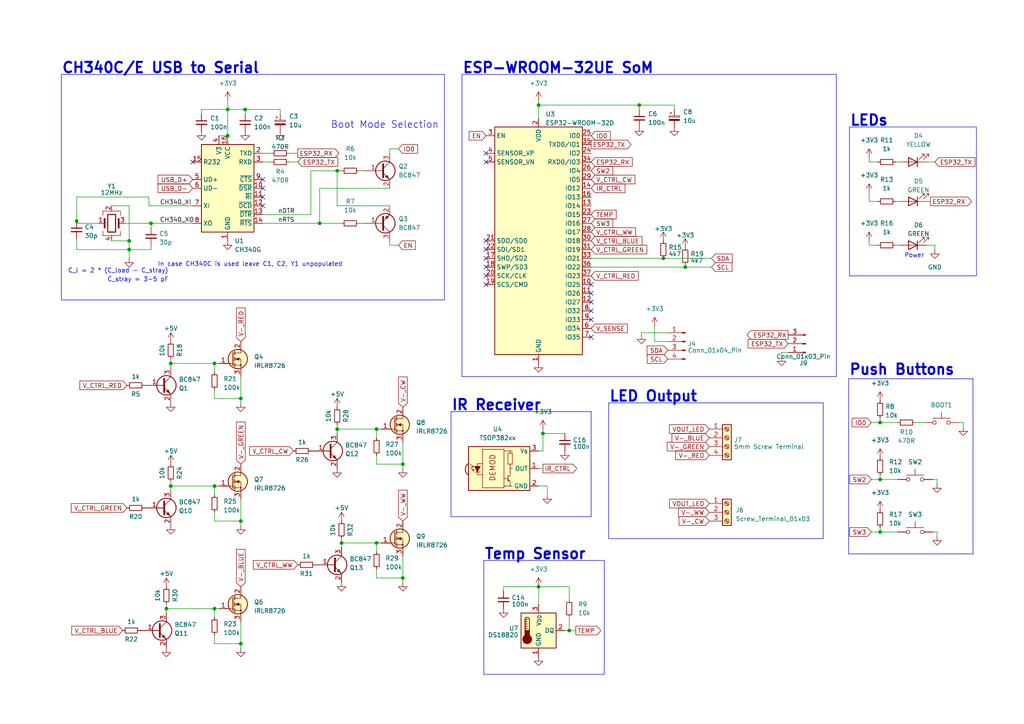
<source format=kicad_sch>
(kicad_sch (version 20230121) (generator eeschema)
  (paper "A4")
  (title_block (title "LuminX PWM") (date "2023-03-27") (rev "1.0") (company "Michael Gross") (comment 1 "General purpose PWM LED Driver Board"))
  (junction (at 37.465 72.39))
  (junction (at 69.85 115.57))
  (junction (at 22.225 64.135))
  (junction (at 62.23 105.41))
  (junction (at 165.1 182.88))
  (junction (at 37.465 69.85))
  (junction (at 62.23 176.53))
  (junction (at 255.27 154.305))
  (junction (at 198.755 77.47))
  (junction (at 71.12 31.75))
  (junction (at 97.79 124.46))
  (junction (at 116.84 134.62))
  (junction (at 92.71 64.77))
  (junction (at 156.21 170.18))
  (junction (at 49.53 140.97))
  (junction (at 109.22 157.48))
  (junction (at 192.405 74.93))
  (junction (at 69.85 151.13))
  (junction (at 255.27 139.065))
  (junction (at 157.48 125.73))
  (junction (at 109.22 124.46))
  (junction (at 116.84 167.64))
  (junction (at 48.26 176.53))
  (junction (at 99.06 157.48))
  (junction (at 43.815 64.77))
  (junction (at 62.23 140.97))
  (junction (at 255.27 122.555))
  (junction (at 97.79 49.53))
  (junction (at 66.04 39.37))
  (junction (at 66.04 31.75))
  (junction (at 49.53 105.41))
  (junction (at 156.21 30.48))
  (junction (at 69.85 186.69))
  (junction (at 185.42 30.48))
  (no_connect (at 76.2 59.69))
  (no_connect (at 76.2 52.07))
  (no_connect (at 171.45 82.55))
  (no_connect (at 55.88 46.99))
  (no_connect (at 171.45 92.71))
  (no_connect (at 140.97 69.85))
  (no_connect (at 140.97 72.39))
  (no_connect (at 140.97 82.55))
  (no_connect (at 76.2 57.15))
  (no_connect (at 171.45 90.17))
  (no_connect (at 140.97 46.99))
  (no_connect (at 140.97 80.01))
  (no_connect (at 171.45 87.63))
  (no_connect (at 140.97 44.45))
  (no_connect (at 171.45 85.09))
  (no_connect (at 76.2 54.61))
  (no_connect (at 140.97 77.47))
  (no_connect (at 171.45 97.79))
  (no_connect (at 140.97 74.93))
  (wire (pts (xy 113.03 54.61) (xy 92.71 54.61)))
  (wire (pts (xy 252.095 46.99) (xy 252.095 45.72)))
  (wire (pts (xy 81.28 31.75) (xy 81.28 33.02)))
  (wire (pts (xy 268.605 58.42) (xy 269.875 58.42)))
  (wire (pts (xy 193.675 96.52) (xy 186.055 96.52)))
  (wire (pts (xy 255.27 139.065) (xy 260.35 139.065)))
  (wire (pts (xy 116.84 167.64) (xy 116.84 168.91)))
  (wire (pts (xy 58.42 31.75) (xy 66.04 31.75)))
  (wire (pts (xy 62.23 186.69) (xy 69.85 186.69)))
  (wire (pts (xy 156.21 29.21) (xy 156.21 30.48)))
  (wire (pts (xy 259.715 46.99) (xy 260.985 46.99)))
  (wire (pts (xy 195.58 30.48) (xy 185.42 30.48)))
  (wire (pts (xy 255.27 137.795) (xy 255.27 139.065)))
  (polyline (pts (xy 246.126 109.855) (xy 246.126 160.655)))
  (wire (pts (xy 157.48 135.89) (xy 156.21 135.89)))
  (wire (pts (xy 113.03 59.69) (xy 97.79 59.69)))
  (wire (pts (xy 62.23 105.41) (xy 63.5 105.41)))
  (wire (pts (xy 83.82 44.45) (xy 86.36 44.45)))
  (wire (pts (xy 157.48 125.73) (xy 157.48 130.81)))
  (wire (pts (xy 146.05 171.45) (xy 146.05 170.18)))
  (wire (pts (xy 156.21 130.81) (xy 157.48 130.81)))
  (wire (pts (xy 37.465 72.39) (xy 37.465 74.93)))
  (wire (pts (xy 109.22 157.48) (xy 109.22 160.02)))
  (wire (pts (xy 69.85 186.69) (xy 69.85 180.34)))
  (wire (pts (xy 48.26 176.53) (xy 48.26 177.8)))
  (wire (pts (xy 109.22 157.48) (xy 110.49 157.48)))
  (wire (pts (xy 62.23 176.53) (xy 63.5 176.53)))
  (wire (pts (xy 97.79 124.46) (xy 109.22 124.46)))
  (wire (pts (xy 146.05 170.18) (xy 156.21 170.18)))
  (wire (pts (xy 109.22 167.64) (xy 116.84 167.64)))
  (wire (pts (xy 83.82 46.99) (xy 86.36 46.99)))
  (wire (pts (xy 43.815 72.39) (xy 43.815 71.12)))
  (wire (pts (xy 49.53 140.97) (xy 49.53 142.24)))
  (wire (pts (xy 43.18 59.69) (xy 55.88 59.69)))
  (wire (pts (xy 69.85 186.69) (xy 69.85 187.96)))
  (wire (pts (xy 228.6 102.235) (xy 226.695 102.235)))
  (wire (pts (xy 43.815 64.77) (xy 43.815 66.04)))
  (wire (pts (xy 62.23 113.03) (xy 62.23 115.57)))
  (wire (pts (xy 165.1 182.88) (xy 163.83 182.88)))
  (wire (pts (xy 109.22 124.46) (xy 110.49 124.46)))
  (wire (pts (xy 171.45 74.93) (xy 192.405 74.93)))
  (wire (pts (xy 268.605 71.12) (xy 271.145 71.12)))
  (wire (pts (xy 156.21 140.97) (xy 158.75 140.97)))
  (wire (pts (xy 97.79 49.53) (xy 99.06 49.53)))
  (wire (pts (xy 76.2 64.77) (xy 92.71 64.77)))
  (wire (pts (xy 198.755 76.835) (xy 198.755 77.47)))
  (wire (pts (xy 22.225 64.77) (xy 22.225 64.135)))
  (wire (pts (xy 255.27 153.035) (xy 255.27 154.305)))
  (wire (pts (xy 226.695 102.235) (xy 226.695 103.505)))
  (wire (pts (xy 113.03 43.18) (xy 113.03 44.45)))
  (wire (pts (xy 99.06 157.48) (xy 109.22 157.48)))
  (wire (pts (xy 32.385 69.85) (xy 37.465 69.85)))
  (wire (pts (xy 43.18 59.69) (xy 43.18 57.15)))
  (wire (pts (xy 48.26 176.53) (xy 62.23 176.53)))
  (wire (pts (xy 97.79 124.46) (xy 97.79 125.73)))
  (polyline (pts (xy 130.81 119.38) (xy 171.45 119.38)))
  (wire (pts (xy 252.73 154.305) (xy 255.27 154.305)))
  (wire (pts (xy 116.84 134.62) (xy 116.84 135.89)))
  (wire (pts (xy 265.43 122.555) (xy 267.97 122.555)))
  (polyline (pts (xy 171.45 119.38) (xy 171.45 149.86)))
  (wire (pts (xy 158.75 140.97) (xy 158.75 143.51)))
  (wire (pts (xy 109.22 134.62) (xy 116.84 134.62)))
  (wire (pts (xy 62.23 148.59) (xy 62.23 151.13)))
  (wire (pts (xy 69.85 115.57) (xy 69.85 109.22)))
  (wire (pts (xy 109.22 165.1) (xy 109.22 167.64)))
  (wire (pts (xy 99.06 157.48) (xy 99.06 158.75)))
  (wire (pts (xy 43.18 57.15) (xy 22.225 57.15)))
  (wire (pts (xy 165.1 173.99) (xy 165.1 170.18)))
  (wire (pts (xy 49.53 139.7) (xy 49.53 140.97)))
  (wire (pts (xy 92.71 64.77) (xy 99.06 64.77)))
  (wire (pts (xy 62.23 105.41) (xy 62.23 107.95)))
  (wire (pts (xy 32.385 59.69) (xy 37.465 59.69)))
  (wire (pts (xy 279.4 122.555) (xy 278.13 122.555)))
  (wire (pts (xy 116.84 167.64) (xy 116.84 161.29)))
  (wire (pts (xy 254.635 71.12) (xy 252.095 71.12)))
  (wire (pts (xy 69.85 115.57) (xy 69.85 116.84)))
  (wire (pts (xy 171.45 77.47) (xy 198.755 77.47)))
  (wire (pts (xy 113.03 71.12) (xy 115.57 71.12)))
  (wire (pts (xy 37.465 69.85) (xy 37.465 72.39)))
  (wire (pts (xy 206.375 77.47) (xy 198.755 77.47)))
  (wire (pts (xy 90.17 49.53) (xy 97.79 49.53)))
  (wire (pts (xy 189.865 99.06) (xy 189.865 94.615)))
  (wire (pts (xy 90.17 62.23) (xy 76.2 62.23)))
  (wire (pts (xy 185.42 31.75) (xy 185.42 30.48)))
  (wire (pts (xy 271.145 71.12) (xy 271.145 72.39)))
  (wire (pts (xy 49.53 104.14) (xy 49.53 105.41)))
  (wire (pts (xy 165.1 182.88) (xy 167.005 182.88)))
  (polyline (pts (xy 282.194 160.655) (xy 282.194 109.855)))
  (wire (pts (xy 76.2 44.45) (xy 78.74 44.45)))
  (wire (pts (xy 195.58 31.75) (xy 195.58 30.48)))
  (wire (pts (xy 90.17 49.53) (xy 90.17 62.23)))
  (polyline (pts (xy 130.81 149.86) (xy 130.81 119.38)))
  (wire (pts (xy 157.48 125.73) (xy 163.83 125.73)))
  (polyline (pts (xy 282.194 109.855) (xy 246.126 109.855)))
  (wire (pts (xy 76.2 46.99) (xy 78.74 46.99)))
  (wire (pts (xy 113.03 69.85) (xy 113.03 71.12)))
  (wire (pts (xy 97.79 123.19) (xy 97.79 124.46)))
  (wire (pts (xy 271.78 139.065) (xy 271.78 140.335)))
  (wire (pts (xy 252.095 55.88) (xy 252.095 58.42)))
  (wire (pts (xy 255.27 121.285) (xy 255.27 122.555)))
  (wire (pts (xy 259.715 58.42) (xy 260.985 58.42)))
  (wire (pts (xy 62.23 151.13) (xy 69.85 151.13)))
  (wire (pts (xy 36.195 64.77) (xy 43.815 64.77)))
  (wire (pts (xy 255.27 122.555) (xy 260.35 122.555)))
  (wire (pts (xy 92.71 54.61) (xy 92.71 64.77)))
  (wire (pts (xy 186.055 96.52) (xy 186.055 97.155)))
  (wire (pts (xy 255.27 154.305) (xy 260.35 154.305)))
  (wire (pts (xy 279.4 122.555) (xy 279.4 123.825)))
  (wire (pts (xy 69.85 151.13) (xy 69.85 144.78)))
  (wire (pts (xy 259.715 71.12) (xy 260.985 71.12)))
  (wire (pts (xy 193.675 99.06) (xy 189.865 99.06)))
  (wire (pts (xy 48.26 175.26) (xy 48.26 176.53)))
  (wire (pts (xy 22.225 72.39) (xy 22.225 69.215)))
  (wire (pts (xy 252.73 139.065) (xy 255.27 139.065)))
  (wire (pts (xy 206.375 74.93) (xy 192.405 74.93)))
  (wire (pts (xy 43.815 64.77) (xy 55.88 64.77)))
  (wire (pts (xy 62.23 140.97) (xy 62.23 143.51)))
  (wire (pts (xy 37.465 72.39) (xy 43.815 72.39)))
  (wire (pts (xy 22.225 57.15) (xy 22.225 64.135)))
  (wire (pts (xy 252.095 71.12) (xy 252.095 69.85)))
  (wire (pts (xy 49.53 140.97) (xy 62.23 140.97)))
  (wire (pts (xy 104.14 64.77) (xy 105.41 64.77)))
  (wire (pts (xy 97.79 59.69) (xy 97.79 49.53)))
  (wire (pts (xy 99.06 156.21) (xy 99.06 157.48)))
  (wire (pts (xy 165.1 182.88) (xy 165.1 179.07)))
  (wire (pts (xy 270.51 154.305) (xy 271.78 154.305)))
  (wire (pts (xy 71.12 31.75) (xy 81.28 31.75)))
  (wire (pts (xy 252.73 122.555) (xy 255.27 122.555)))
  (wire (pts (xy 156.21 30.48) (xy 156.21 34.29)))
  (wire (pts (xy 268.605 46.99) (xy 271.145 46.99)))
  (wire (pts (xy 58.42 33.02) (xy 58.42 31.75)))
  (wire (pts (xy 71.12 31.75) (xy 71.12 33.02)))
  (wire (pts (xy 49.53 105.41) (xy 62.23 105.41)))
  (polyline (pts (xy 246.126 160.655) (xy 282.194 160.655)))
  (wire (pts (xy 157.48 125.73) (xy 157.48 124.46)))
  (wire (pts (xy 165.1 170.18) (xy 156.21 170.18)))
  (wire (pts (xy 37.465 59.69) (xy 37.465 69.85)))
  (wire (pts (xy 22.225 64.77) (xy 28.575 64.77)))
  (wire (pts (xy 116.84 134.62) (xy 116.84 128.27)))
  (wire (pts (xy 22.225 72.39) (xy 37.465 72.39)))
  (wire (pts (xy 156.21 170.18) (xy 156.21 175.26)))
  (wire (pts (xy 62.23 115.57) (xy 69.85 115.57)))
  (wire (pts (xy 66.04 29.21) (xy 66.04 31.75)))
  (wire (pts (xy 156.21 30.48) (xy 185.42 30.48)))
  (polyline (pts (xy 171.45 149.86) (xy 130.81 149.86)))
  (wire (pts (xy 104.14 49.53) (xy 105.41 49.53)))
  (wire (pts (xy 113.03 43.18) (xy 115.57 43.18)))
  (wire (pts (xy 49.53 105.41) (xy 49.53 106.68)))
  (wire (pts (xy 62.23 176.53) (xy 62.23 179.07)))
  (wire (pts (xy 254.635 46.99) (xy 252.095 46.99)))
  (wire (pts (xy 109.22 124.46) (xy 109.22 127)))
  (wire (pts (xy 63.5 39.37) (xy 66.04 39.37)))
  (wire (pts (xy 62.23 184.15) (xy 62.23 186.69)))
  (wire (pts (xy 62.23 140.97) (xy 63.5 140.97)))
  (wire (pts (xy 69.85 151.13) (xy 69.85 152.4)))
  (wire (pts (xy 66.04 31.75) (xy 66.04 39.37)))
  (wire (pts (xy 271.78 154.305) (xy 271.78 155.575)))
  (wire (pts (xy 252.095 58.42) (xy 254.635 58.42)))
  (wire (pts (xy 271.78 139.065) (xy 270.51 139.065)))
  (wire (pts (xy 109.22 132.08) (xy 109.22 134.62)))
  (wire (pts (xy 66.04 31.75) (xy 71.12 31.75)))
  (rectangle (start 176.53 116.84) (end 238.76 156.21))
  (rectangle (start 133.985 21.59) (end 242.57 109.22))
  (rectangle (start 140.335 162.56) (end 175.26 195.58))
  (rectangle (start 246.38 36.83) (end 283.21 80.01))
  (rectangle (start 17.78 21.59) (end 128.905 86.995))
  (text "C_l = 2 * (C_load - C_stray)" (at 19.685 79.375 0) (effects (font (size 1.27 1.27)) (justify left bottom)))
  (text "IR Receiver" (at 130.81 119.38 0) (effects (font (size 3 3) (thickness 0.6) bold) (justify left bottom)))
  (text "Push Buttons" (at 246.126 109.093 0) (effects (font (size 3 3) (thickness 0.6) bold) (justify left bottom)))
  (text "In case CH340C is used leave C1, C2, Y1 unpopulated" (at 45.72 77.47 0) (effects (font (size 1.27 1.27)) (justify left bottom)))
  (text "Power" (at 262.255 74.93 0) (effects (font (size 1.27 1.27)) (justify left bottom)))
  (text "Boot Mode Selection" (at 95.885 37.465 0) (effects (font (size 2 2)) (justify left bottom)))
  (text "Temp Sensor" (at 140.335 162.56 0) (effects (font (size 3 3) (thickness 0.6) bold) (justify left bottom)))
  (text "C_stray = 3-5 pF" (at 31.115 81.915 0) (effects (font (size 1.27 1.27)) (justify left bottom)))
  (text "CH340C/E USB to Serial" (at 17.78 21.59 0) (effects (font (size 3 3) (thickness 0.6) bold) (justify left bottom)))
  (text "LEDs" (at 246.38 36.83 0) (effects (font (size 3 3) (thickness 0.6) bold) (justify left bottom)))
  (text "ESP-WROOM-32UE SoM" (at 133.985 21.59 0) (effects (font (size 3 3) (thickness 0.6) bold) (justify left bottom)))
  (text "LED Output" (at 176.53 116.84 0) (effects (font (size 3 3) (thickness 0.6) bold) (justify left bottom)))
  (label "CH340_XO" (at 46.355 64.77 0))
  (label "nDTR" (at 80.645 62.23 0))
  (label "nRTS" (at 80.645 64.77 0))
  (label "CH340_XI" (at 46.355 59.69 0))
  (global_label "IO0" (shape input) (at 171.45 39.37 0) (property "Intersheetrefs" "${INTERSHEET_REFS}" (effects hide)))
  (global_label "SW3" (shape input) (at 171.45 64.77 0) (property "Intersheetrefs" "${INTERSHEET_REFS}" (effects hide)))
  (global_label "V-_WW" (shape input) (at 116.84 151.13 90) (property "Intersheetrefs" "${INTERSHEET_REFS}" (effects hide)))
  (global_label "USB_D+" (shape input) (at 55.88 52.07 180) (property "Intersheetrefs" "${INTERSHEET_REFS}" (effects hide)))
  (global_label "SW3" (shape input) (at 252.73 154.305 180) (property "Intersheetrefs" "${INTERSHEET_REFS}" (effects hide)))
  (global_label "SCL" (shape input) (at 193.675 104.14 180) (property "Intersheetrefs" "${INTERSHEET_REFS}" (effects hide)))
  (global_label "V-_GREEN" (shape input) (at 69.85 134.62 90) (property "Intersheetrefs" "${INTERSHEET_REFS}" (effects hide)))
  (global_label "V_SENSE" (shape input) (at 171.45 95.25 0) (property "Intersheetrefs" "${INTERSHEET_REFS}" (effects hide)))
  (global_label "VOUT_LED" (shape input) (at 205.74 146.05 180) (property "Intersheetrefs" "${INTERSHEET_REFS}" (effects hide)))
  (global_label "V_CTRL_CW" (shape input) (at 85.09 130.81 180) (property "Intersheetrefs" "${INTERSHEET_REFS}" (effects hide)))
  (global_label "V_CTRL_RED" (shape input) (at 36.83 111.76 180) (property "Intersheetrefs" "${INTERSHEET_REFS}" (effects hide)))
  (global_label "V_CTRL_GREEN" (shape input) (at 36.83 147.32 180) (property "Intersheetrefs" "${INTERSHEET_REFS}" (effects hide)))
  (global_label "V_CTRL_WW" (shape input) (at 171.45 67.31 0) (property "Intersheetrefs" "${INTERSHEET_REFS}" (effects hide)))
  (global_label "TEMP" (shape input) (at 171.45 62.23 0) (property "Intersheetrefs" "${INTERSHEET_REFS}" (effects hide)))
  (global_label "SCL" (shape input) (at 206.375 77.47 0) (property "Intersheetrefs" "${INTERSHEET_REFS}" (effects hide)))
  (global_label "ESP32_RX" (shape output) (at 228.6 97.155 180) (property "Intersheetrefs" "${INTERSHEET_REFS}" (effects hide)))
  (global_label "IR_CTRL" (shape output) (at 157.48 135.89 0) (property "Intersheetrefs" "${INTERSHEET_REFS}" (effects hide)))
  (global_label "SDA" (shape input) (at 206.375 74.93 0) (property "Intersheetrefs" "${INTERSHEET_REFS}" (effects hide)))
  (global_label "IO0" (shape input) (at 252.73 122.555 180) (property "Intersheetrefs" "${INTERSHEET_REFS}" (effects hide)))
  (global_label "ESP32_RX" (shape output) (at 269.875 58.42 0) (property "Intersheetrefs" "${INTERSHEET_REFS}" (effects hide)))
  (global_label "EN" (shape input) (at 140.97 39.37 180) (property "Intersheetrefs" "${INTERSHEET_REFS}" (effects hide)))
  (global_label "V-_WW" (shape input) (at 205.74 148.59 180) (property "Intersheetrefs" "${INTERSHEET_REFS}" (effects hide)))
  (global_label "V-_CW" (shape input) (at 205.74 151.13 180) (property "Intersheetrefs" "${INTERSHEET_REFS}" (effects hide)))
  (global_label "V_CTRL_BLUE" (shape input) (at 35.56 182.88 180) (property "Intersheetrefs" "${INTERSHEET_REFS}" (effects hide)))
  (global_label "V_CTRL_WW" (shape input) (at 86.36 163.83 180) (property "Intersheetrefs" "${INTERSHEET_REFS}" (effects hide)))
  (global_label "ESP32_RX" (shape output) (at 86.36 44.45 0) (property "Intersheetrefs" "${INTERSHEET_REFS}" (effects hide)))
  (global_label "SW2" (shape input) (at 252.73 139.065 180) (property "Intersheetrefs" "${INTERSHEET_REFS}" (effects hide)))
  (global_label "USB_D-" (shape input) (at 55.88 54.61 180) (property "Intersheetrefs" "${INTERSHEET_REFS}" (effects hide)))
  (global_label "TEMP" (shape output) (at 167.005 182.88 0) (property "Intersheetrefs" "${INTERSHEET_REFS}" (effects hide)))
  (global_label "ESP32_TX" (shape input) (at 86.36 46.99 0) (property "Intersheetrefs" "${INTERSHEET_REFS}" (effects hide)))
  (global_label "SW2" (shape input) (at 171.45 49.53 0) (property "Intersheetrefs" "${INTERSHEET_REFS}" (effects hide)))
  (global_label "ESP32_TX" (shape output) (at 171.45 41.91 0) (property "Intersheetrefs" "${INTERSHEET_REFS}" (effects hide)))
  (global_label "V-_BLUE" (shape input) (at 205.74 127 180) (property "Intersheetrefs" "${INTERSHEET_REFS}" (effects hide)))
  (global_label "V_CTRL_CW" (shape input) (at 171.45 52.07 0) (property "Intersheetrefs" "${INTERSHEET_REFS}" (effects hide)))
  (global_label "SDA" (shape input) (at 193.675 101.6 180) (property "Intersheetrefs" "${INTERSHEET_REFS}" (effects hide)))
  (global_label "V-_GREEN" (shape input) (at 205.74 129.54 180) (property "Intersheetrefs" "${INTERSHEET_REFS}" (effects hide)))
  (global_label "VOUT_LED" (shape input) (at 205.74 124.46 180) (property "Intersheetrefs" "${INTERSHEET_REFS}" (effects hide)))
  (global_label "ESP32_RX" (shape input) (at 171.45 46.99 0) (property "Intersheetrefs" "${INTERSHEET_REFS}" (effects hide)))
  (global_label "V_CTRL_RED" (shape input) (at 171.45 80.01 0) (property "Intersheetrefs" "${INTERSHEET_REFS}" (effects hide)))
  (global_label "V-_RED" (shape input) (at 69.85 99.06 90) (property "Intersheetrefs" "${INTERSHEET_REFS}" (effects hide)))
  (global_label "V-_BLUE" (shape input) (at 69.85 170.18 90) (property "Intersheetrefs" "${INTERSHEET_REFS}" (effects hide)))
  (global_label "ESP32_TX" (shape input) (at 228.6 99.695 180) (property "Intersheetrefs" "${INTERSHEET_REFS}" (effects hide)))
  (global_label "V_CTRL_BLUE" (shape input) (at 171.45 69.85 0) (property "Intersheetrefs" "${INTERSHEET_REFS}" (effects hide)))
  (global_label "V-_CW" (shape input) (at 116.84 118.11 90) (property "Intersheetrefs" "${INTERSHEET_REFS}" (effects hide)))
  (global_label "V_CTRL_GREEN" (shape input) (at 171.45 72.39 0) (property "Intersheetrefs" "${INTERSHEET_REFS}" (effects hide)))
  (global_label "IR_CTRL" (shape input) (at 171.45 54.61 0) (property "Intersheetrefs" "${INTERSHEET_REFS}" (effects hide)))
  (global_label "IO0" (shape input) (at 115.57 43.18 0) (property "Intersheetrefs" "${INTERSHEET_REFS}" (effects hide)))
  (global_label "EN" (shape input) (at 115.57 71.12 0) (property "Intersheetrefs" "${INTERSHEET_REFS}" (effects hide)))
  (global_label "V-_RED" (shape input) (at 205.74 132.08 180) (property "Intersheetrefs" "${INTERSHEET_REFS}" (effects hide)))
  (global_label "ESP32_TX" (shape input) (at 271.145 46.99 0) (property "Intersheetrefs" "${INTERSHEET_REFS}" (effects hide)))
  (symbol (lib_id "power:+3V3") (at 66.04 29.21 0) (unit 1)
    (property "Reference" "#PWR02" (effects hide))
    (property "Value" "+3V3" (at 66.04 24.13 0))
  )
  (symbol (lib_id "Device:R_Small") (at 49.53 101.6 180) (unit 1)
    (property "Reference" "R18" (at 52.07 101.6 90))
    (property "Value" "10k" (at 46.99 101.6 90))
    (property "Footprint" "Resistor_SMD:R_0603_1608Metric" (effects hide))
    (instances (project "LuminX PWM" (path "" (reference "R18") (unit 1)) (path "" (reference "R5") (unit 1))))
  )
  (symbol (lib_id "power:GND") (at 48.26 187.96 0) (unit 1)
    (property "Reference" "#PWR032" (effects hide))
    (property "Value" "GND" (effects hide))
  )
  (symbol (lib_id "power:+3V3") (at 255.27 116.205 0) (unit 1)
    (property "Reference" "#PWR015" (effects hide))
    (property "Value" "+3V3" (at 255.27 111.125 0))
  )
  (symbol (lib_id "Switch:SW_Push") (at 265.43 154.305 0) (unit 1)
    (property "Reference" "SW3" (at 265.43 149.225 0))
    (property "Value" "SW_Push" (effects hide))
    (property "Footprint" "Button_Switch_SMD:SW_SPST_PTS645" (effects hide))
  )
  (symbol (lib_id "Device:R_Small") (at 81.28 44.45 90) (unit 1)
    (property "Reference" "R3" (at 81.28 40.0136 90))
    (property "Value" "470R" (at 81.28 42.5505 90))
    (property "Footprint" "Resistor_SMD:R_0603_1608Metric" (effects hide))
  )
  (symbol (lib_id "power:+3V3") (at 189.865 94.615 0) (unit 1)
    (property "Reference" "#PWR038" (effects hide))
    (property "Value" "+3V3" (at 189.865 89.535 0))
  )
  (symbol (lib_id "power:+3V3") (at 156.21 29.21 0) (unit 1)
    (property "Reference" "#PWR03" (effects hide))
    (property "Value" "+3V3" (at 156.21 24.13 0))
  )
  (symbol (lib_id "power:+3V3") (at 192.405 69.85 0) (unit 1)
    (property "Reference" "#PWR051" (effects hide))
    (property "Value" "+3V3" (at 192.405 66.3481 0))
  )
  (symbol (lib_id "Device:R_Small") (at 257.175 58.42 90) (unit 1)
    (property "Reference" "R13" (at 257.175 52.07 90))
    (property "Value" "1k" (at 257.175 54.61 90))
    (property "Footprint" "Resistor_SMD:R_0603_1608Metric" (effects hide))
  )
  (symbol (lib_id "PCM_4ms_Power-symbol:+5V") (at 99.06 151.13 0) (unit 1)
    (property "Reference" "#PWR036" (effects hide))
    (property "Value" "+5V" (at 99.06 147.32 0))
  )
  (symbol (lib_id "power:+3V3") (at 157.48 124.46 0) (unit 1)
    (property "Reference" "#PWR039" (effects hide))
    (property "Value" "+3V3" (at 157.48 119.38 0))
  )
  (symbol (lib_id "Device:R_Small") (at 101.6 49.53 90) (unit 1)
    (property "Reference" "R6" (at 101.6 43.18 90))
    (property "Value" "10k" (at 101.6 45.72 90))
    (property "Footprint" "Resistor_SMD:R_0603_1608Metric" (effects hide))
  )
  (symbol (lib_id "Device:R_Small") (at 99.06 153.67 180) (unit 1)
    (property "Reference" "R32" (at 101.6 153.67 90))
    (property "Value" "10k" (at 96.52 153.67 90))
    (property "Footprint" "Resistor_SMD:R_0603_1608Metric" (effects hide))
    (instances (project "LuminX PWM" (path "" (reference "R32") (unit 1)) (path "" (reference "R5") (unit 1))))
  )
  (symbol (lib_id "Connector:Screw_Terminal_01x04") (at 210.82 127 0) (unit 1)
    (property "Reference" "J7" (at 212.852 127.6263 0) (effects (justify left)))
    (property "Value" "5mm Screw Terminal" (at 212.852 129.5473 0) (effects (justify left)))
    (property "Footprint" "TerminalBlock_Phoenix:TerminalBlock_Phoenix_MKDS-1,5-4_1x04_P5.00mm_Horizontal" (effects hide))
  )
  (symbol (lib_id "Device:R_Small") (at 192.405 72.39 0) (unit 1)
    (property "Reference" "R15" (at 193.9036 71.7463 0) (effects (justify left)))
    (property "Value" "4k7" (at 193.9036 73.6673 0) (effects (justify left)))
    (property "Footprint" "Resistor_SMD:R_0603_1608Metric" (effects hide))
  )
  (symbol (lib_id "power:+3V3") (at 252.095 55.88 0) (unit 1)
    (property "Reference" "#PWR021" (effects hide))
    (property "Value" "+3V3" (at 252.095 50.8 0))
  )
  (symbol (lib_id "Device:R_Small") (at 255.27 150.495 0) (unit 1)
    (property "Reference" "R17" (at 257.81 149.2249 0) (effects (justify left)))
    (property "Value" "10k" (at 257.81 151.7649 0) (effects (justify left)))
    (property "Footprint" "Resistor_SMD:R_0603_1608Metric" (effects hide))
  )
  (symbol (lib_id "Device:C_Small") (at 58.42 35.56 0) (unit 1)
    (property "Reference" "C1" (at 60.96 34.2962 0) (effects (justify left)))
    (property "Value" "100n" (at 60.96 36.8362 0) (effects (justify left)))
    (property "Footprint" "Capacitor_SMD:C_0603_1608Metric" (effects hide))
  )
  (symbol (lib_id "power:GND") (at 58.42 38.1 0) (unit 1)
    (property "Reference" "#PWR06" (effects hide))
    (property "Value" "GND" (effects hide))
  )
  (symbol (lib_id "Transistor_BJT:BC847") (at 45.72 182.88 0) (unit 1)
    (property "Reference" "Q11" (at 50.5714 183.7147 0) (effects (justify left)))
    (property "Value" "BC847" (at 50.5714 181.1778 0) (effects (justify left)))
    (property "Footprint" "Package_TO_SOT_SMD:SOT-23" (effects hide))
    (property "Datasheet" "http://www.infineon.com/dgdl/Infineon-BC847SERIES_BC848SERIES_BC849SERIES_BC850SERIES-DS-v01_01-en.pdf?fileId=db3a304314dca389011541d4630a1657" (effects hide))
    (instances (project "LuminX PWM" (path "" (reference "Q11") (unit 1)) (path "" (reference "Q1") (unit 1))))
  )
  (symbol (lib_id "Device:R_Small") (at 49.53 137.16 180) (unit 1)
    (property "Reference" "R24" (at 52.07 137.16 90))
    (property "Value" "10k" (at 46.99 137.16 90))
    (property "Footprint" "Resistor_SMD:R_0603_1608Metric" (effects hide))
    (instances (project "LuminX PWM" (path "" (reference "R24") (unit 1)) (path "" (reference "R5") (unit 1))))
  )
  (symbol (lib_id "power:GND") (at 66.04 69.85 0) (unit 1)
    (property "Reference" "#PWR014" (effects hide))
    (property "Value" "GND" (effects hide))
  )
  (symbol (lib_id "Device:R_Small") (at 62.23 146.05 180) (unit 1)
    (property "Reference" "R25" (at 64.77 145.415 0) (effects (justify right)))
    (property "Value" "100k" (at 64.77 147.955 0) (effects (justify right)))
    (property "Footprint" "Resistor_SMD:R_0603_1608Metric" (effects hide))
  )
  (symbol (lib_id "Device:LED") (at 264.795 58.42 180) (unit 1)
    (property "Reference" "D5" (at 266.3825 52.5612 0))
    (property "Value" "GREEN" (at 266.3825 55.0981 0))
    (property "Footprint" "LED_SMD:LED_1206_3216Metric_ReverseMount_Hole1.8x2.4mm" (effects hide))
  )
  (symbol (lib_id "power:GND") (at 97.79 135.89 0) (unit 1)
    (property "Reference" "#PWR035" (effects hide))
    (property "Value" "GND" (effects hide))
  )
  (symbol (lib_id "Device:R_Small") (at 109.22 162.56 180) (unit 1)
    (property "Reference" "R29" (at 111.76 161.925 0) (effects (justify right)))
    (property "Value" "100k" (at 111.76 164.465 0) (effects (justify right)))
    (property "Footprint" "Resistor_SMD:R_0603_1608Metric" (effects hide))
  )
  (symbol (lib_id "Transistor_BJT:BC847") (at 110.49 64.77 0) (mirror x) (unit 1)
    (property "Reference" "Q3" (at 115.57 63.4999 0) (effects (justify left)))
    (property "Value" "BC847" (at 115.57 66.0399 0) (effects (justify left)))
    (property "Footprint" "Package_TO_SOT_SMD:SOT-23" (effects hide))
    (property "Datasheet" "http://www.infineon.com/dgdl/Infineon-BC847SERIES_BC848SERIES_BC849SERIES_BC850SERIES-DS-v01_01-en.pdf?fileId=db3a304314dca389011541d4630a1657" (effects hide))
  )
  (symbol (lib_id "power:GND") (at 185.42 36.83 0) (unit 1)
    (property "Reference" "#PWR09" (effects hide))
    (property "Value" "GND" (effects hide))
  )
  (symbol (lib_id "Device:C_Small") (at 146.05 173.99 0) (unit 1)
    (property "Reference" "C14" (at 148.3741 173.3526 0) (effects (justify left)))
    (property "Value" "100n" (at 148.3741 175.2736 0) (effects (justify left)))
    (property "Footprint" "Capacitor_SMD:C_0603_1608Metric" (effects hide))
  )
  (symbol (lib_id "power:GND") (at 195.58 36.83 0) (unit 1)
    (property "Reference" "#PWR010" (effects hide))
    (property "Value" "GND" (effects hide))
  )
  (symbol (lib_id "power:GND") (at 271.145 72.39 0) (unit 1)
    (property "Reference" "#PWR028" (effects hide))
    (property "Value" "GND" (at 271.145 77.47 0))
  )
  (symbol (lib_id "power:GND") (at 49.53 152.4 0) (unit 1)
    (property "Reference" "#PWR029" (effects hide))
    (property "Value" "GND" (effects hide))
  )
  (symbol (lib_id "Transistor_BJT:BC847") (at 46.99 147.32 0) (unit 1)
    (property "Reference" "Q10" (at 51.8414 148.1547 0) (effects (justify left)))
    (property "Value" "BC847" (at 51.8414 145.6178 0) (effects (justify left)))
    (property "Footprint" "Package_TO_SOT_SMD:SOT-23" (effects hide))
    (property "Datasheet" "http://www.infineon.com/dgdl/Infineon-BC847SERIES_BC848SERIES_BC849SERIES_BC850SERIES-DS-v01_01-en.pdf?fileId=db3a304314dca389011541d4630a1657" (effects hide))
    (instances (project "LuminX PWM" (path "" (reference "Q10") (unit 1)) (path "" (reference "Q1") (unit 1))))
  )
  (symbol (lib_id "Device:R_Small") (at 81.28 46.99 90) (unit 1)
    (property "Reference" "R4" (at 81.28 49.757 90))
    (property "Value" "470R" (at 81.28 52.2939 90))
    (property "Footprint" "Resistor_SMD:R_0603_1608Metric" (effects hide))
  )
  (symbol (lib_id "PCM_4ms_Power-symbol:+5V") (at 48.26 170.18 0) (unit 1)
    (property "Reference" "#PWR031" (effects hide))
    (property "Value" "+5V" (at 48.26 166.37 0))
  )
  (symbol (lib_id "PCM_Transistor_MOSFET_AKL:IRF540N") (at 67.31 175.26 0) (unit 1)
    (property "Reference" "Q6" (at 73.66 174.625 0) (effects (justify left)))
    (property "Value" "IRLR8726" (at 73.66 177.165 0) (effects (justify left)))
    (property "Footprint" "Package_TO_SOT_SMD:TO-252-2" (effects hide))
    (property "Datasheet" "https://www.tme.eu/Document/0396bd257f8160d01272f72304b23931/irf540n.pdf" (effects hide))
  )
  (symbol (lib_id "power:GND") (at 156.21 190.5 0) (unit 1)
    (property "Reference" "#PWR018" (effects hide))
    (property "Value" "GND" (effects hide))
  )
  (symbol (lib_id "power:GND") (at 116.84 168.91 0) (unit 1)
    (property "Reference" "#PWR062" (effects hide))
    (property "Value" "GND" (effects hide))
  )
  (symbol (lib_id "Device:R_Small") (at 62.23 110.49 180) (unit 1)
    (property "Reference" "R21" (at 64.77 109.855 0) (effects (justify right)))
    (property "Value" "100k" (at 64.77 112.395 0) (effects (justify right)))
    (property "Footprint" "Resistor_SMD:R_0603_1608Metric" (effects hide))
  )
  (symbol (lib_id "Device:R_Small") (at 198.755 74.295 0) (unit 1)
    (property "Reference" "R19" (at 200.2536 73.6513 0) (effects (justify left)))
    (property "Value" "4k7" (at 200.2536 75.5723 0) (effects (justify left)))
    (property "Footprint" "Resistor_SMD:R_0603_1608Metric" (effects hide))
  )
  (symbol (lib_id "Device:R_Small") (at 88.9 163.83 90) (unit 1)
    (property "Reference" "R31" (at 88.9 166.37 90))
    (property "Value" "1k" (at 88.9 161.29 90))
    (property "Footprint" "Resistor_SMD:R_0603_1608Metric" (effects hide))
    (instances (project "LuminX PWM" (path "" (reference "R31") (unit 1)) (path "" (reference "R5") (unit 1))))
  )
  (symbol (lib_id "power:GND") (at 271.78 140.335 0) (unit 1)
    (property "Reference" "#PWR023" (effects hide))
    (property "Value" "GND" (effects hide))
  )
  (symbol (lib_id "RF_Module:ESP32-WROOM-32D") (at 156.21 69.85 0) (unit 1)
    (property "Reference" "U3" (at 158.2294 33.1302 0) (effects (justify left)))
    (property "Value" "ESP32-WROOM-32D" (at 158.2294 35.6671 0) (effects (justify left)))
    (property "Footprint" "RF_Module:ESP32-WROOM-32D" (effects hide))
    (property "Datasheet" "https://www.espressif.com/sites/default/files/documentation/esp32-wroom-32d_esp32-wroom-32u_datasheet_en.pdf" (effects hide))
  )
  (symbol (lib_id "power:+3V3") (at 156.21 170.18 0) (unit 1)
    (property "Reference" "#PWR019" (effects hide))
    (property "Value" "+3V3" (at 156.21 165.1 0))
  )
  (symbol (lib_id "power:GND") (at 226.695 103.505 0) (unit 1)
    (property "Reference" "#PWR016" (effects hide))
    (property "Value" "GND" (effects hide))
  )
  (symbol (lib_id "Device:R_Small") (at 262.89 122.555 90) (unit 1)
    (property "Reference" "R10" (at 262.89 125.322 90))
    (property "Value" "470R" (at 262.89 127.8589 90))
    (property "Footprint" "Resistor_SMD:R_0603_1608Metric" (effects hide))
  )
  (symbol (lib_id "Connector:Screw_Terminal_01x03") (at 210.82 148.59 0) (unit 1)
    (property "Reference" "J6" (at 213.36 147.955 0) (effects (justify left)))
    (property "Value" "Screw_Terminal_01x03" (at 213.36 150.495 0) (effects (justify left)))
    (property "Footprint" "TerminalBlock_Phoenix:TerminalBlock_Phoenix_MKDS-1,5-3_1x03_P5.00mm_Horizontal" (effects hide))
  )
  (symbol (lib_id "power:GND") (at 156.21 105.41 0) (unit 1)
    (property "Reference" "#PWR024" (effects hide))
    (property "Value" "GND" (effects hide))
  )
  (symbol (lib_id "power:GND") (at 69.85 116.84 0) (unit 1)
    (property "Reference" "#PWR058" (effects hide))
    (property "Value" "GND" (effects hide))
  )
  (symbol (lib_id "Transistor_BJT:BC847") (at 95.25 130.81 0) (unit 1)
    (property "Reference" "Q12" (at 100.1014 131.6447 0) (effects (justify left)))
    (property "Value" "BC847" (at 100.1014 129.1078 0) (effects (justify left)))
    (property "Footprint" "Package_TO_SOT_SMD:SOT-23" (effects hide))
    (property "Datasheet" "http://www.infineon.com/dgdl/Infineon-BC847SERIES_BC848SERIES_BC849SERIES_BC850SERIES-DS-v01_01-en.pdf?fileId=db3a304314dca389011541d4630a1657" (effects hide))
    (instances (project "LuminX PWM" (path "" (reference "Q12") (unit 1)) (path "" (reference "Q1") (unit 1))))
  )
  (symbol (lib_id "PCM_4ms_Power-symbol:+5V") (at 49.53 99.06 0) (unit 1)
    (property "Reference" "#PWR012" (effects hide))
    (property "Value" "+5V" (at 49.53 95.25 0))
  )
  (symbol (lib_id "power:GND") (at 69.85 187.96 0) (unit 1)
    (property "Reference" "#PWR059" (effects hide))
    (property "Value" "GND" (effects hide))
  )
  (symbol (lib_id "power:GND") (at 49.53 116.84 0) (unit 1)
    (property "Reference" "#PWR04" (effects hide))
    (property "Value" "GND" (effects hide))
  )
  (symbol (lib_id "Transistor_BJT:BC847") (at 46.99 111.76 0) (unit 1)
    (property "Reference" "Q1" (at 51.8414 112.5947 0) (effects (justify left)))
    (property "Value" "BC847" (at 51.8414 110.0578 0) (effects (justify left)))
    (property "Footprint" "Package_TO_SOT_SMD:SOT-23" (effects hide))
    (property "Datasheet" "http://www.infineon.com/dgdl/Infineon-BC847SERIES_BC848SERIES_BC849SERIES_BC850SERIES-DS-v01_01-en.pdf?fileId=db3a304314dca389011541d4630a1657" (effects hide))
  )
  (symbol (lib_id "PCM_Transistor_MOSFET_AKL:IRF540N") (at 114.3 156.21 0) (unit 1)
    (property "Reference" "Q9" (at 120.65 155.575 0) (effects (justify left)))
    (property "Value" "IRLR8726" (at 120.65 158.115 0) (effects (justify left)))
    (property "Footprint" "Package_TO_SOT_SMD:TO-252-2" (effects hide))
    (property "Datasheet" "https://www.tme.eu/Document/0396bd257f8160d01272f72304b23931/irf540n.pdf" (effects hide))
  )
  (symbol (lib_id "Device:C_Small") (at 71.12 35.56 0) (unit 1)
    (property "Reference" "C2" (at 73.66 34.2962 0) (effects (justify left)))
    (property "Value" "100n" (at 73.66 36.8362 0) (effects (justify left)))
    (property "Footprint" "Capacitor_SMD:C_0603_1608Metric" (effects hide))
  )
  (symbol (lib_id "power:GND") (at 99.06 168.91 0) (unit 1)
    (property "Reference" "#PWR044" (effects hide))
    (property "Value" "GND" (effects hide))
  )
  (symbol (lib_id "power:GND") (at 81.28 38.1 0) (unit 1)
    (property "Reference" "#PWR08" (effects hide))
    (property "Value" "GND" (effects hide))
  )
  (symbol (lib_id "Device:C_Small") (at 22.225 66.675 0) (unit 1)
    (property "Reference" "C4" (at 24.5491 65.8466 0) (effects (justify left)))
    (property "Value" "30p" (at 24.5491 68.3835 0) (effects (justify left)))
    (property "Footprint" "Capacitor_SMD:C_0603_1608Metric" (effects hide))
  )
  (symbol (lib_id "PCM_Transistor_MOSFET_AKL:IRF540N") (at 67.31 104.14 0) (unit 1)
    (property "Reference" "Q4" (at 73.66 103.505 0) (effects (justify left)))
    (property "Value" "IRLR8726" (at 73.66 106.045 0) (effects (justify left)))
    (property "Footprint" "Package_TO_SOT_SMD:TO-252-2" (effects hide))
    (property "Datasheet" "https://www.tme.eu/Document/0396bd257f8160d01272f72304b23931/irf540n.pdf" (effects hide))
  )
  (symbol (lib_id "Device:R_Small") (at 255.27 118.745 0) (unit 1)
    (property "Reference" "R8" (at 256.7686 117.9103 0) (effects (justify left)))
    (property "Value" "10k" (at 256.7686 120.4472 0) (effects (justify left)))
    (property "Footprint" "Resistor_SMD:R_0603_1608Metric" (effects hide))
  )
  (symbol (lib_id "power:GND") (at 146.05 176.53 0) (unit 1)
    (property "Reference" "#PWR022" (effects hide))
    (property "Value" "GND" (effects hide))
  )
  (symbol (lib_id "power:GND") (at 71.12 38.1 0) (unit 1)
    (property "Reference" "#PWR07" (effects hide))
    (property "Value" "GND" (effects hide))
  )
  (symbol (lib_id "Device:C_Small") (at 185.42 34.29 0) (unit 1)
    (property "Reference" "C6" (at 187.96 33.0262 0) (effects (justify left)))
    (property "Value" "100n" (at 187.96 35.5662 0) (effects (justify left)))
    (property "Footprint" "Capacitor_SMD:C_0603_1608Metric" (effects hide))
  )
  (symbol (lib_id "PCM_Transistor_MOSFET_AKL:IRF540N") (at 114.3 123.19 0) (unit 1)
    (property "Reference" "Q8" (at 120.65 122.555 0) (effects (justify left)))
    (property "Value" "IRLR8726" (at 120.65 125.095 0) (effects (justify left)))
    (property "Footprint" "Package_TO_SOT_SMD:TO-252-2" (effects hide))
    (property "Datasheet" "https://www.tme.eu/Document/0396bd257f8160d01272f72304b23931/irf540n.pdf" (effects hide))
  )
  (symbol (lib_id "power:GND") (at 158.75 143.51 0) (unit 1)
    (property "Reference" "#PWR040" (effects hide))
    (property "Value" "GND" (effects hide))
  )
  (symbol (lib_id "Device:R_Small") (at 38.1 182.88 90) (unit 1)
    (property "Reference" "R22" (at 38.1 185.42 90))
    (property "Value" "1k" (at 38.1 180.34 90))
    (property "Footprint" "Resistor_SMD:R_0603_1608Metric" (effects hide))
    (instances (project "LuminX PWM" (path "" (reference "R22") (unit 1)) (path "" (reference "R5") (unit 1))))
  )
  (symbol (lib_id "power:+3V3") (at 252.095 69.85 0) (unit 1)
    (property "Reference" "#PWR026" (effects hide))
    (property "Value" "+3V3" (at 252.095 64.77 0))
  )
  (symbol (lib_id "Sensor_Temperature:DS18B20") (at 156.21 182.88 0) (unit 1)
    (property "Reference" "U7" (at 150.3681 182.2363 0) (effects (justify right)))
    (property "Value" "DS18B20" (at 150.3681 184.1573 0) (effects (justify right)))
    (property "Footprint" "Package_TO_SOT_THT:TO-92_Inline" (effects hide))
    (property "Datasheet" "http://datasheets.maximintegrated.com/en/ds/DS18B20.pdf" (effects hide))
  )
  (symbol (lib_id "Device:R_Small") (at 101.6 64.77 90) (unit 1)
    (property "Reference" "R7" (at 101.6 58.42 90))
    (property "Value" "10k" (at 101.6 60.96 90))
    (property "Footprint" "Resistor_SMD:R_0603_1608Metric" (effects hide))
  )
  (symbol (lib_id "Device:R_Small") (at 257.175 46.99 90) (unit 1)
    (property "Reference" "R11" (at 257.175 40.64 90))
    (property "Value" "1k" (at 257.175 43.18 90))
    (property "Footprint" "Resistor_SMD:R_0603_1608Metric" (effects hide))
  )
  (symbol (lib_id "power:+3V3") (at 255.27 147.955 0) (unit 1)
    (property "Reference" "#PWR025" (effects hide))
    (property "Value" "+3V3" (at 255.27 142.875 0))
  )
  (symbol (lib_id "Connector:Conn_01x03_Pin") (at 233.68 99.695 180) (unit 1)
    (property "Reference" "J9" (at 233.045 105.3211 0))
    (property "Value" "Conn_01x03_Pin" (at 233.045 103.4001 0))
    (property "Footprint" "Connector_PinHeader_2.54mm:PinHeader_1x03_P2.54mm_Vertical" (effects hide))
  )
  (symbol (lib_id "Switch:SW_Push") (at 273.05 122.555 0) (unit 1)
    (property "Reference" "BOOT1" (at 273.05 117.475 0))
    (property "Value" "SW_Push" (effects hide))
    (property "Footprint" "Button_Switch_SMD:SW_SPST_PTS645" (effects hide))
  )
  (symbol (lib_id "Device:C_Small") (at 43.815 68.58 0) (unit 1)
    (property "Reference" "C5" (at 46.1391 67.7516 0) (effects (justify left)))
    (property "Value" "30p" (at 46.1391 70.2885 0) (effects (justify left)))
    (property "Footprint" "Capacitor_SMD:C_0603_1608Metric" (effects hide))
  )
  (symbol (lib_id "power:GND") (at 69.85 152.4 0) (unit 1)
    (property "Reference" "#PWR060" (effects hide))
    (property "Value" "GND" (effects hide))
  )
  (symbol (lib_id "Switch:SW_Push") (at 265.43 139.065 0) (unit 1)
    (property "Reference" "SW2" (at 265.43 133.985 0))
    (property "Value" "SW_Push" (effects hide))
    (property "Footprint" "Button_Switch_SMD:SW_SPST_PTS645" (effects hide))
  )
  (symbol (lib_id "power:+3V3") (at 255.27 132.715 0) (unit 1)
    (property "Reference" "#PWR013" (effects hide))
    (property "Value" "+3V3" (at 255.27 127.635 0))
  )
  (symbol (lib_id "Device:LED") (at 264.795 71.12 180) (unit 1)
    (property "Reference" "D6" (at 266.3825 65.2612 0))
    (property "Value" "GREEN" (at 266.3825 67.7981 0))
    (property "Footprint" "LED_SMD:LED_1206_3216Metric_ReverseMount_Hole1.8x2.4mm" (effects hide))
  )
  (symbol (lib_id "Device:R_Small") (at 62.23 181.61 180) (unit 1)
    (property "Reference" "R23" (at 64.77 180.975 0) (effects (justify right)))
    (property "Value" "100k" (at 64.77 183.515 0) (effects (justify right)))
    (property "Footprint" "Resistor_SMD:R_0603_1608Metric" (effects hide))
  )
  (symbol (lib_id "power:GND") (at 116.84 135.89 0) (unit 1)
    (property "Reference" "#PWR061" (effects hide))
    (property "Value" "GND" (effects hide))
  )
  (symbol (lib_id "Device:R_Small") (at 255.27 135.255 0) (unit 1)
    (property "Reference" "R12" (at 257.81 133.9849 0) (effects (justify left)))
    (property "Value" "10k" (at 257.81 136.5249 0) (effects (justify left)))
    (property "Footprint" "Resistor_SMD:R_0603_1608Metric" (effects hide))
  )
  (symbol (lib_id "power:+3V3") (at 198.755 71.755 0) (unit 1)
    (property "Reference" "#PWR052" (effects hide))
    (property "Value" "+3V3" (at 198.755 68.2531 0))
  )
  (symbol (lib_id "Device:C_Small") (at 163.83 128.27 0) (unit 1)
    (property "Reference" "C16" (at 166.1541 127.6326 0) (effects (justify left)))
    (property "Value" "100n" (at 166.1541 129.5536 0) (effects (justify left)))
    (property "Footprint" "Capacitor_SMD:C_0603_1608Metric" (effects hide))
  )
  (symbol (lib_id "PCM_4ms_Power-symbol:+5V") (at 97.79 118.11 0) (unit 1)
    (property "Reference" "#PWR033" (effects hide))
    (property "Value" "+5V" (at 97.79 114.3 0))
  )
  (symbol (lib_id "Device:LED") (at 264.795 46.99 180) (unit 1)
    (property "Reference" "D4" (at 266.3825 39.37 0))
    (property "Value" "YELLOW" (at 266.3825 41.91 0))
    (property "Footprint" "LED_SMD:LED_1206_3216Metric_ReverseMount_Hole1.8x2.4mm" (effects hide))
  )
  (symbol (lib_id "Device:C_Polarized_Small") (at 195.58 34.29 0) (unit 1)
    (property "Reference" "C8" (at 198.12 32.4738 0) (effects (justify left)))
    (property "Value" "10u" (at 198.12 35.0138 0) (effects (justify left)))
    (property "Footprint" "Diode_SMD:D_0805_2012Metric" (effects hide))
  )
  (symbol (lib_id "Device:R_Small") (at 97.79 120.65 180) (unit 1)
    (property "Reference" "R28" (at 100.33 120.65 90))
    (property "Value" "10k" (at 95.25 120.65 90))
    (property "Footprint" "Resistor_SMD:R_0603_1608Metric" (effects hide))
    (instances (project "LuminX PWM" (path "" (reference "R28") (unit 1)) (path "" (reference "R5") (unit 1))))
  )
  (symbol (lib_id "Device:Crystal_GND24") (at 32.385 64.77 0) (unit 1)
    (property "Reference" "Y1" (at 32.385 53.975 0))
    (property "Value" "12MHz" (at 32.385 55.896 0))
    (property "Footprint" "Crystal:Crystal_SMD_3225-4Pin_3.2x2.5mm" (effects hide))
    (property "Part No." "Q33310F70060700" (effects hide))
  )
  (symbol (lib_id "Transistor_BJT:BC847") (at 96.52 163.83 0) (unit 1)
    (property "Reference" "Q13" (at 101.3714 164.6647 0) (effects (justify left)))
    (property "Value" "BC847" (at 101.3714 162.1278 0) (effects (justify left)))
    (property "Footprint" "Package_TO_SOT_SMD:SOT-23" (effects hide))
    (property "Datasheet" "http://www.infineon.com/dgdl/Infineon-BC847SERIES_BC848SERIES_BC849SERIES_BC850SERIES-DS-v01_01-en.pdf?fileId=db3a304314dca389011541d4630a1657" (effects hide))
    (instances (project "LuminX PWM" (path "" (reference "Q13") (unit 1)) (path "" (reference "Q1") (unit 1))))
  )
  (symbol (lib_id "Device:R_Small") (at 39.37 147.32 90) (unit 1)
    (property "Reference" "R20" (at 39.37 149.86 90))
    (property "Value" "1k" (at 39.37 144.78 90))
    (property "Footprint" "Resistor_SMD:R_0603_1608Metric" (effects hide))
    (instances (project "LuminX PWM" (path "" (reference "R20") (unit 1)) (path "" (reference "R5") (unit 1))))
  )
  (symbol (lib_id "power:GND") (at 186.055 97.155 0) (unit 1)
    (property "Reference" "#PWR034" (effects hide))
    (property "Value" "GND" (effects hide))
  )
  (symbol (lib_id "Device:R_Small") (at 165.1 176.53 0) (unit 1)
    (property "Reference" "R9" (at 167.64 175.2599 0) (effects (justify left)))
    (property "Value" "10k" (at 167.64 177.7999 0) (effects (justify left)))
    (property "Footprint" "Resistor_SMD:R_0603_1608Metric" (effects hide))
  )
  (symbol (lib_id "Transistor_BJT:BC847") (at 110.49 49.53 0) (unit 1)
    (property "Reference" "Q2" (at 115.57 48.2599 0) (effects (justify left)))
    (property "Value" "BC847" (at 115.57 50.7999 0) (effects (justify left)))
    (property "Footprint" "Package_TO_SOT_SMD:SOT-23" (effects hide))
    (property "Datasheet" "http://www.infineon.com/dgdl/Infineon-BC847SERIES_BC848SERIES_BC849SERIES_BC850SERIES-DS-v01_01-en.pdf?fileId=db3a304314dca389011541d4630a1657" (effects hide))
  )
  (symbol (lib_id "Connector:Conn_01x04_Pin") (at 198.755 99.06 0) (mirror y) (unit 1)
    (property "Reference" "J4" (at 199.4662 99.6863 0) (effects (justify right)))
    (property "Value" "Conn_01x04_Pin" (at 199.4662 101.6073 0) (effects (justify right)))
    (property "Footprint" "Connector_JST:JST_SH_BM04B-SRSS-TB_1x04-1MP_P1.00mm_Vertical" (effects hide))
  )
  (symbol (lib_id "power:GND") (at 163.83 130.81 0) (unit 1)
    (property "Reference" "#PWR042" (effects hide))
    (property "Value" "GND" (effects hide))
  )
  (symbol (lib_id "Device:R_Small") (at 39.37 111.76 90) (unit 1)
    (property "Reference" "R5" (at 39.37 114.3 90))
    (property "Value" "1k" (at 39.37 109.22 90))
    (property "Footprint" "Resistor_SMD:R_0603_1608Metric" (effects hide))
  )
  (symbol (lib_id "Device:R_Small") (at 48.26 172.72 180) (unit 1)
    (property "Reference" "R30" (at 50.8 172.72 90))
    (property "Value" "10k" (at 45.72 172.72 90))
    (property "Footprint" "Resistor_SMD:R_0603_1608Metric" (effects hide))
    (instances (project "LuminX PWM" (path "" (reference "R30") (unit 1)) (path "" (reference "R5") (unit 1))))
  )
  (symbol (lib_id "Device:C_Polarized_Small") (at 81.28 35.56 0) (unit 1)
    (property "Reference" "C3" (at 83.82 33.7438 0) (effects (justify left)))
    (property "Value" "10u" (at 83.82 36.2838 0) (effects (justify left)))
    (property "Footprint" "Capacitor_SMD:C_0805_2012Metric" (effects hide))
  )
  (symbol (lib_id "Device:R_Small") (at 87.63 130.81 90) (unit 1)
    (property "Reference" "R26" (at 87.63 133.35 90))
    (property "Value" "1k" (at 87.63 128.27 90))
    (property "Footprint" "Resistor_SMD:R_0603_1608Metric" (effects hide))
    (instances (project "LuminX PWM" (path "" (reference "R26") (unit 1)) (path "" (reference "R5") (unit 1))))
  )
  (symbol (lib_id "Device:R_Small") (at 109.22 129.54 180) (unit 1)
    (property "Reference" "R27" (at 111.76 128.905 0) (effects (justify right)))
    (property "Value" "100k" (at 111.76 131.445 0) (effects (justify right)))
    (property "Footprint" "Resistor_SMD:R_0603_1608Metric" (effects hide))
  )
  (symbol (lib_id "power:GND") (at 279.4 123.825 0) (unit 1)
    (property "Reference" "#PWR020" (effects hide))
    (property "Value" "GND" (effects hide))
  )
  (symbol (lib_id "Interface_USB:CH340G") (at 66.04 54.61 0) (unit 1)
    (property "Reference" "U1" (at 68.0594 69.85 0) (effects (justify left)))
    (property "Value" "CH340G" (at 68.0594 72.39 0) (effects (justify left)))
    (property "Footprint" "Package_SO:SOIC-16_3.9x9.9mm_P1.27mm" (effects hide))
    (property "Datasheet" "http://www.datasheet5.com/pdf-local-2195953" (effects hide))
  )
  (symbol (lib_id "Interface_Optical:TSOP382xx") (at 146.05 135.89 0) (unit 1)
    (property "Reference" "U4" (at 144.315 124.46 0))
    (property "Value" "TSOP382xx" (at 144.315 127 0))
    (property "Footprint" "OptoDevice:Vishay_MINICAST-3Pin" (effects hide))
    (property "Datasheet" "http://www.vishay.com/docs/82491/tsop382.pdf" (effects hide))
  )
  (symbol (lib_id "power:GND") (at 37.465 74.93 0) (unit 1)
    (property "Reference" "#PWR011" (effects hide))
    (property "Value" "GND" (effects hide))
  )
  (symbol (lib_id "Device:R_Small") (at 257.175 71.12 90) (unit 1)
    (property "Reference" "R16" (at 257.175 64.77 90))
    (property "Value" "1k" (at 257.175 67.31 90))
    (property "Footprint" "Resistor_SMD:R_0603_1608Metric" (effects hide))
  )
  (symbol (lib_id "PCM_4ms_Power-symbol:+5V") (at 49.53 134.62 0) (unit 1)
    (property "Reference" "#PWR027" (effects hide))
    (property "Value" "+5V" (at 49.53 130.81 0))
  )
  (symbol (lib_id "power:GND") (at 271.78 155.575 0) (unit 1)
    (property "Reference" "#PWR030" (effects hide))
    (property "Value" "GND" (effects hide))
  )
  (symbol (lib_id "power:+3V3") (at 252.095 45.72 0) (unit 1)
    (property "Reference" "#PWR017" (effects hide))
    (property "Value" "+3V3" (at 252.095 40.64 0))
  )
  (symbol (lib_id "PCM_Transistor_MOSFET_AKL:IRF540N") (at 67.31 139.7 0) (unit 1)
    (property "Reference" "Q7" (at 73.66 139.065 0) (effects (justify left)))
    (property "Value" "IRLR8726" (at 73.66 141.605 0) (effects (justify left)))
    (property "Footprint" "Package_TO_SOT_SMD:TO-252-2" (effects hide))
    (property "Datasheet" "https://www.tme.eu/Document/0396bd257f8160d01272f72304b23931/irf540n.pdf" (effects hide))
  )
)
</source>
